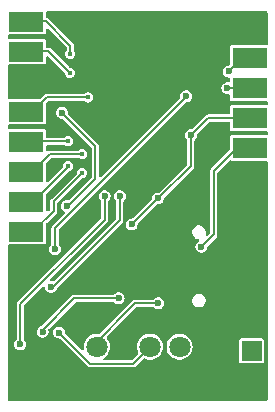
<source format=gbr>
%TF.GenerationSoftware,KiCad,Pcbnew,8.0.6*%
%TF.CreationDate,2024-12-05T18:18:12-05:00*%
%TF.ProjectId,wyt-dongle,7779742d-646f-46e6-976c-652e6b696361,rev?*%
%TF.SameCoordinates,Original*%
%TF.FileFunction,Copper,L2,Bot*%
%TF.FilePolarity,Positive*%
%FSLAX46Y46*%
G04 Gerber Fmt 4.6, Leading zero omitted, Abs format (unit mm)*
G04 Created by KiCad (PCBNEW 8.0.6) date 2024-12-05 18:18:12*
%MOMM*%
%LPD*%
G01*
G04 APERTURE LIST*
%TA.AperFunction,ComponentPad*%
%ADD10O,1.900000X3.050000*%
%TD*%
%TA.AperFunction,ComponentPad*%
%ADD11C,1.800000*%
%TD*%
%TA.AperFunction,ComponentPad*%
%ADD12O,1.700000X1.700000*%
%TD*%
%TA.AperFunction,ComponentPad*%
%ADD13R,1.700000X1.700000*%
%TD*%
%TA.AperFunction,ComponentPad*%
%ADD14O,1.800000X1.000000*%
%TD*%
%TA.AperFunction,ComponentPad*%
%ADD15O,2.100000X1.000000*%
%TD*%
%TA.AperFunction,SMDPad,CuDef*%
%ADD16R,3.000000X1.750000*%
%TD*%
%TA.AperFunction,ViaPad*%
%ADD17C,0.600000*%
%TD*%
%TA.AperFunction,ViaPad*%
%ADD18C,0.450000*%
%TD*%
%TA.AperFunction,Conductor*%
%ADD19C,0.200000*%
%TD*%
G04 APERTURE END LIST*
D10*
%TO.P,J3,5,Shield*%
%TO.N,GND*%
X5700000Y-31300000D03*
X17400000Y-31300000D03*
D11*
%TO.P,J3,4,GND*%
%TO.N,+5V*%
X8050000Y-28900000D03*
%TO.P,J3,3,D+*%
%TO.N,GND*%
X10550000Y-28900000D03*
%TO.P,J3,2,D-*%
%TO.N,/RX*%
X12550000Y-28900000D03*
%TO.P,J3,1,VBUS*%
%TO.N,/TX*%
X15050000Y-28900000D03*
%TD*%
D12*
%TO.P,J1,2,Pin_2*%
%TO.N,GND*%
X21150000Y-31790000D03*
D13*
%TO.P,J1,1,Pin_1*%
%TO.N,/IR*%
X21150000Y-29250000D03*
%TD*%
D14*
%TO.P,P1,S1,SHIELD*%
%TO.N,GND*%
X20375000Y-17780000D03*
D15*
X16195000Y-17780000D03*
D14*
X20375000Y-26420000D03*
D15*
X16195000Y-26420000D03*
%TD*%
D16*
%TO.P,J4,8,Pin_8*%
%TO.N,/CS*%
X2050000Y-19160000D03*
%TO.P,J4,7,Pin_7*%
%TO.N,/MOSI*%
X2050000Y-16630000D03*
%TO.P,J4,6,Pin_6*%
%TO.N,/SCK*%
X2050000Y-14070000D03*
%TO.P,J4,5,Pin_5*%
%TO.N,/MISO*%
X2050000Y-11530000D03*
%TO.P,J4,4,Pin_4*%
%TO.N,+3.3V*%
X2050000Y-8990000D03*
%TO.P,J4,3,Pin_3*%
%TO.N,GND*%
X2050000Y-6450000D03*
%TO.P,J4,2,Pin_2*%
%TO.N,/SDA*%
X2050000Y-3910000D03*
%TO.P,J4,1,Pin_1*%
%TO.N,/SCL*%
X2050000Y-1380000D03*
%TD*%
%TO.P,J2,5,Pin_5*%
%TO.N,+5V*%
X21000000Y-12080000D03*
%TO.P,J2,4,Pin_4*%
%TO.N,+3.3V*%
X21000000Y-9540000D03*
%TO.P,J2,3,Pin_3*%
%TO.N,/TXD0*%
X21000000Y-7000000D03*
%TO.P,J2,2,Pin_2*%
%TO.N,/RXD0*%
X21000000Y-4460000D03*
%TO.P,J2,1,Pin_1*%
%TO.N,GND*%
X21000000Y-1920000D03*
%TD*%
D17*
%TO.N,+5V*%
X13230000Y-25220000D03*
X16900000Y-20450000D03*
%TO.N,GND*%
X15000000Y-2800000D03*
X12800000Y-23150000D03*
X7400000Y-2800000D03*
X10850000Y-16800000D03*
%TO.N,+3.3V*%
X9900000Y-24800000D03*
D18*
X7300000Y-7800000D03*
D17*
X11000000Y-18550000D03*
X4500000Y-20650000D03*
X3450000Y-27650000D03*
X15600000Y-7700000D03*
X16000000Y-11000000D03*
X13200000Y-16350000D03*
%TO.N,/TXD*%
X8700000Y-16150000D03*
X1550000Y-28700000D03*
%TO.N,/RXD*%
X4150000Y-23850000D03*
X10000000Y-16150000D03*
%TO.N,/RX*%
X4850000Y-27700000D03*
%TO.N,Net-(U2-IO0)*%
X5513235Y-16988235D03*
X5100000Y-9100000D03*
%TO.N,/TXD0*%
X19100000Y-7000000D03*
%TO.N,/RXD0*%
X19200000Y-5600000D03*
D18*
%TO.N,/CS*%
X6800000Y-14174998D03*
%TO.N,/SDA*%
X5750000Y-5700000D03*
%TO.N,/MISO*%
X5604075Y-11504075D03*
%TO.N,/MOSI*%
X5600000Y-13600000D03*
%TO.N,/SCK*%
X6800000Y-12600000D03*
%TO.N,/SCL*%
X5800000Y-4100000D03*
%TD*%
D19*
%TO.N,/CS*%
X6800000Y-14174998D02*
X6800000Y-14200000D01*
X6800000Y-14200000D02*
X4400000Y-16600000D01*
X4400000Y-17400000D02*
X2660000Y-19140000D01*
X4400000Y-16600000D02*
X4400000Y-17400000D01*
X2660000Y-19140000D02*
X2050000Y-19140000D01*
%TO.N,/MISO*%
X5598150Y-11510000D02*
X2050000Y-11510000D01*
X5604075Y-11504075D02*
X5598150Y-11510000D01*
%TO.N,+5V*%
X16900000Y-20450000D02*
X17950000Y-19400000D01*
X17950000Y-14000000D02*
X19870000Y-12080000D01*
X7600000Y-28900000D02*
X11280000Y-25220000D01*
X17950000Y-19400000D02*
X17950000Y-14000000D01*
X19870000Y-12080000D02*
X21000000Y-12080000D01*
X11280000Y-25220000D02*
X13230000Y-25220000D01*
%TO.N,+3.3V*%
X3450000Y-27650000D02*
X3450000Y-27500000D01*
X15600000Y-7700000D02*
X15600000Y-7750000D01*
X17460000Y-9540000D02*
X21000000Y-9540000D01*
X3845000Y-7800000D02*
X2675000Y-8970000D01*
X13250000Y-16350000D02*
X13200000Y-16350000D01*
X16000000Y-13600000D02*
X13250000Y-16350000D01*
X7300000Y-7800000D02*
X3845000Y-7800000D01*
X2675000Y-8970000D02*
X2050000Y-8970000D01*
X15600000Y-7750000D02*
X4500000Y-18850000D01*
X16000000Y-11000000D02*
X17460000Y-9540000D01*
X3450000Y-27500000D02*
X6150000Y-24800000D01*
X4500000Y-18850000D02*
X4500000Y-20650000D01*
X11000000Y-18550000D02*
X13200000Y-16350000D01*
X16000000Y-11000000D02*
X16000000Y-13600000D01*
X6150000Y-24800000D02*
X9900000Y-24800000D01*
%TO.N,/TXD*%
X1550000Y-28700000D02*
X1550000Y-25300000D01*
X1550000Y-25300000D02*
X8700000Y-18150000D01*
X8700000Y-18150000D02*
X8700000Y-16150000D01*
%TO.N,/RXD*%
X4150000Y-23850000D02*
X4300000Y-23850000D01*
X4300000Y-23850000D02*
X10000000Y-18150000D01*
X10000000Y-18150000D02*
X10000000Y-16150000D01*
%TO.N,/RX*%
X11100000Y-30350000D02*
X12550000Y-28900000D01*
X4850000Y-27700000D02*
X7500000Y-30350000D01*
X7500000Y-30350000D02*
X11100000Y-30350000D01*
%TO.N,Net-(U2-IO0)*%
X5513235Y-16988235D02*
X5611765Y-16988235D01*
X7900000Y-14700000D02*
X7900000Y-11900000D01*
X5611765Y-16988235D02*
X7900000Y-14700000D01*
X7900000Y-11900000D02*
X5100000Y-9100000D01*
%TO.N,/TXD0*%
X19100000Y-7000000D02*
X21000000Y-7000000D01*
%TO.N,/RXD0*%
X20880000Y-3920000D02*
X21000000Y-3920000D01*
X19200000Y-5600000D02*
X20880000Y-3920000D01*
%TO.N,/SDA*%
X3940000Y-3890000D02*
X2050000Y-3890000D01*
X5750000Y-5700000D02*
X3940000Y-3890000D01*
%TO.N,/MOSI*%
X2675000Y-16610000D02*
X2050000Y-16610000D01*
X5600000Y-13600000D02*
X5600000Y-13685000D01*
X5600000Y-13685000D02*
X2675000Y-16610000D01*
%TO.N,/SCK*%
X6800000Y-12600000D02*
X4100000Y-12600000D01*
X2650000Y-14050000D02*
X2050000Y-14050000D01*
X4100000Y-12600000D02*
X2650000Y-14050000D01*
%TO.N,/SCL*%
X3760000Y-1360000D02*
X2050000Y-1360000D01*
X5800000Y-3400000D02*
X3760000Y-1360000D01*
X5800000Y-4100000D02*
X5800000Y-3400000D01*
%TD*%
%TA.AperFunction,Conductor*%
%TO.N,GND*%
G36*
X22442539Y-520185D02*
G01*
X22488294Y-572989D01*
X22499500Y-624500D01*
X22499500Y-3260500D01*
X22479815Y-3327539D01*
X22427011Y-3373294D01*
X22375500Y-3384500D01*
X19480247Y-3384500D01*
X19421770Y-3396131D01*
X19421769Y-3396132D01*
X19355447Y-3440447D01*
X19311132Y-3506769D01*
X19311131Y-3506770D01*
X19299500Y-3565247D01*
X19299500Y-4975500D01*
X19279815Y-5042539D01*
X19227011Y-5088294D01*
X19175500Y-5099500D01*
X19128036Y-5099500D01*
X18989949Y-5140045D01*
X18868873Y-5217856D01*
X18774623Y-5326626D01*
X18774622Y-5326628D01*
X18714834Y-5457543D01*
X18694353Y-5600000D01*
X18714834Y-5742456D01*
X18764867Y-5852011D01*
X18774623Y-5873373D01*
X18868872Y-5982143D01*
X18989947Y-6059953D01*
X18989950Y-6059954D01*
X18989949Y-6059954D01*
X19128036Y-6100499D01*
X19128038Y-6100500D01*
X19175500Y-6100500D01*
X19242539Y-6120185D01*
X19288294Y-6172989D01*
X19299500Y-6224500D01*
X19299500Y-6375500D01*
X19279815Y-6442539D01*
X19227011Y-6488294D01*
X19175500Y-6499500D01*
X19028036Y-6499500D01*
X18889949Y-6540045D01*
X18768873Y-6617856D01*
X18674623Y-6726626D01*
X18674622Y-6726628D01*
X18614834Y-6857543D01*
X18594353Y-7000000D01*
X18614834Y-7142456D01*
X18640886Y-7199500D01*
X18674623Y-7273373D01*
X18768872Y-7382143D01*
X18889947Y-7459953D01*
X18889950Y-7459954D01*
X18889949Y-7459954D01*
X18997107Y-7491417D01*
X19024633Y-7499500D01*
X19028036Y-7500499D01*
X19028038Y-7500500D01*
X19175500Y-7500500D01*
X19242539Y-7520185D01*
X19288294Y-7572989D01*
X19299500Y-7624500D01*
X19299500Y-7894752D01*
X19311131Y-7953229D01*
X19311132Y-7953230D01*
X19355447Y-8019552D01*
X19421769Y-8063867D01*
X19421770Y-8063868D01*
X19480247Y-8075499D01*
X19480250Y-8075500D01*
X19480252Y-8075500D01*
X22375500Y-8075500D01*
X22442539Y-8095185D01*
X22488294Y-8147989D01*
X22499500Y-8199500D01*
X22499500Y-8340500D01*
X22479815Y-8407539D01*
X22427011Y-8453294D01*
X22375500Y-8464500D01*
X19480247Y-8464500D01*
X19421770Y-8476131D01*
X19421769Y-8476132D01*
X19355447Y-8520447D01*
X19311132Y-8586769D01*
X19311131Y-8586770D01*
X19299500Y-8645247D01*
X19299500Y-9115500D01*
X19279815Y-9182539D01*
X19227011Y-9228294D01*
X19175500Y-9239500D01*
X17420438Y-9239500D01*
X17382224Y-9249739D01*
X17344009Y-9259979D01*
X17344008Y-9259980D01*
X17301520Y-9284511D01*
X17275492Y-9299538D01*
X17275486Y-9299542D01*
X16111847Y-10463181D01*
X16050524Y-10496666D01*
X16024166Y-10499500D01*
X15928036Y-10499500D01*
X15789949Y-10540045D01*
X15668873Y-10617856D01*
X15574623Y-10726626D01*
X15574622Y-10726628D01*
X15514834Y-10857543D01*
X15494353Y-11000000D01*
X15514834Y-11142456D01*
X15564338Y-11250853D01*
X15574623Y-11273373D01*
X15668872Y-11382143D01*
X15668875Y-11382144D01*
X15669213Y-11382535D01*
X15698238Y-11446091D01*
X15699500Y-11463738D01*
X15699500Y-13424166D01*
X15679815Y-13491205D01*
X15663181Y-13511847D01*
X13361847Y-15813181D01*
X13300524Y-15846666D01*
X13274166Y-15849500D01*
X13128036Y-15849500D01*
X12989949Y-15890045D01*
X12868873Y-15967856D01*
X12774623Y-16076626D01*
X12774622Y-16076628D01*
X12714834Y-16207543D01*
X12694353Y-16350000D01*
X12694353Y-16350001D01*
X12695661Y-16359103D01*
X12685713Y-16428261D01*
X12660603Y-16464424D01*
X11111847Y-18013181D01*
X11050524Y-18046666D01*
X11024166Y-18049500D01*
X10928036Y-18049500D01*
X10789949Y-18090045D01*
X10668873Y-18167856D01*
X10574623Y-18276626D01*
X10574622Y-18276628D01*
X10514834Y-18407543D01*
X10494353Y-18550000D01*
X10514834Y-18692456D01*
X10533809Y-18734004D01*
X10574623Y-18823373D01*
X10668872Y-18932143D01*
X10789947Y-19009953D01*
X10789950Y-19009954D01*
X10789949Y-19009954D01*
X10928036Y-19050499D01*
X10928038Y-19050500D01*
X10928039Y-19050500D01*
X11071962Y-19050500D01*
X11071962Y-19050499D01*
X11210053Y-19009953D01*
X11331128Y-18932143D01*
X11425377Y-18823373D01*
X11485165Y-18692457D01*
X11505647Y-18550000D01*
X11504339Y-18540905D01*
X11514279Y-18471749D01*
X11539392Y-18435577D01*
X13088151Y-16886819D01*
X13149474Y-16853334D01*
X13175832Y-16850500D01*
X13271962Y-16850500D01*
X13271962Y-16850499D01*
X13410053Y-16809953D01*
X13531128Y-16732143D01*
X13625377Y-16623373D01*
X13685165Y-16492457D01*
X13704925Y-16355020D01*
X13733948Y-16291467D01*
X13739967Y-16285002D01*
X16240460Y-13784511D01*
X16249123Y-13769506D01*
X16280021Y-13715989D01*
X16300500Y-13639562D01*
X16300500Y-11463738D01*
X16320185Y-11396699D01*
X16330787Y-11382535D01*
X16331124Y-11382144D01*
X16331128Y-11382143D01*
X16425377Y-11273373D01*
X16485165Y-11142457D01*
X16505647Y-11000000D01*
X16504339Y-10990905D01*
X16514279Y-10921749D01*
X16539392Y-10885577D01*
X17548152Y-9876819D01*
X17609475Y-9843334D01*
X17635833Y-9840500D01*
X19175500Y-9840500D01*
X19242539Y-9860185D01*
X19288294Y-9912989D01*
X19299500Y-9964500D01*
X19299500Y-10434752D01*
X19311131Y-10493229D01*
X19311132Y-10493230D01*
X19355447Y-10559552D01*
X19421769Y-10603867D01*
X19421770Y-10603868D01*
X19480247Y-10615499D01*
X19480250Y-10615500D01*
X19480252Y-10615500D01*
X22375500Y-10615500D01*
X22442539Y-10635185D01*
X22488294Y-10687989D01*
X22499500Y-10739500D01*
X22499500Y-10880500D01*
X22479815Y-10947539D01*
X22427011Y-10993294D01*
X22375500Y-11004500D01*
X19480247Y-11004500D01*
X19421770Y-11016131D01*
X19421769Y-11016132D01*
X19355447Y-11060447D01*
X19311132Y-11126769D01*
X19311131Y-11126770D01*
X19299500Y-11185247D01*
X19299500Y-12174167D01*
X19279815Y-12241206D01*
X19263181Y-12261848D01*
X17709541Y-13815487D01*
X17709535Y-13815495D01*
X17669982Y-13884004D01*
X17669979Y-13884009D01*
X17649500Y-13960439D01*
X17649500Y-19224166D01*
X17629815Y-19291205D01*
X17613181Y-19311847D01*
X17462753Y-19462275D01*
X17401430Y-19495760D01*
X17331738Y-19490776D01*
X17275805Y-19448904D01*
X17251388Y-19383440D01*
X17255296Y-19342507D01*
X17270500Y-19285766D01*
X17270500Y-19134234D01*
X17231281Y-18987865D01*
X17155515Y-18856635D01*
X17048365Y-18749485D01*
X16982750Y-18711602D01*
X16917136Y-18673719D01*
X16843950Y-18654109D01*
X16770766Y-18634500D01*
X16619234Y-18634500D01*
X16472863Y-18673719D01*
X16341635Y-18749485D01*
X16341632Y-18749487D01*
X16234487Y-18856632D01*
X16234485Y-18856635D01*
X16158719Y-18987863D01*
X16141936Y-19050499D01*
X16119500Y-19134234D01*
X16119500Y-19285766D01*
X16126488Y-19311847D01*
X16158719Y-19432136D01*
X16195453Y-19495760D01*
X16234485Y-19563365D01*
X16341635Y-19670515D01*
X16472865Y-19746281D01*
X16619234Y-19785500D01*
X16619237Y-19785500D01*
X16623014Y-19786512D01*
X16682674Y-19822877D01*
X16713204Y-19885723D01*
X16704910Y-19955099D01*
X16660425Y-20008977D01*
X16657961Y-20010602D01*
X16568874Y-20067855D01*
X16474623Y-20176626D01*
X16474622Y-20176628D01*
X16414834Y-20307543D01*
X16394353Y-20450000D01*
X16414834Y-20592456D01*
X16441114Y-20650000D01*
X16474623Y-20723373D01*
X16568872Y-20832143D01*
X16689947Y-20909953D01*
X16689950Y-20909954D01*
X16689949Y-20909954D01*
X16828036Y-20950499D01*
X16828038Y-20950500D01*
X16828039Y-20950500D01*
X16971962Y-20950500D01*
X16971962Y-20950499D01*
X17110053Y-20909953D01*
X17231128Y-20832143D01*
X17325377Y-20723373D01*
X17385165Y-20592457D01*
X17405647Y-20450000D01*
X17404339Y-20440905D01*
X17414279Y-20371749D01*
X17439392Y-20335577D01*
X18190460Y-19584511D01*
X18230021Y-19515989D01*
X18250500Y-19439562D01*
X18250500Y-14175832D01*
X18270185Y-14108793D01*
X18286814Y-14088155D01*
X19235516Y-13139453D01*
X19296837Y-13105970D01*
X19366528Y-13110954D01*
X19392085Y-13124033D01*
X19405338Y-13132888D01*
X19421769Y-13143867D01*
X19421770Y-13143867D01*
X19421770Y-13143868D01*
X19480247Y-13155499D01*
X19480250Y-13155500D01*
X19480252Y-13155500D01*
X22375500Y-13155500D01*
X22442539Y-13175185D01*
X22488294Y-13227989D01*
X22499500Y-13279500D01*
X22499500Y-33375500D01*
X22479815Y-33442539D01*
X22427011Y-33488294D01*
X22375500Y-33499500D01*
X624500Y-33499500D01*
X557461Y-33479815D01*
X511706Y-33427011D01*
X500500Y-33375500D01*
X500500Y-28700000D01*
X1044353Y-28700000D01*
X1064834Y-28842456D01*
X1091114Y-28899999D01*
X1124623Y-28973373D01*
X1218872Y-29082143D01*
X1339947Y-29159953D01*
X1339950Y-29159954D01*
X1339949Y-29159954D01*
X1478036Y-29200499D01*
X1478038Y-29200500D01*
X1478039Y-29200500D01*
X1621962Y-29200500D01*
X1621962Y-29200499D01*
X1760053Y-29159953D01*
X1881128Y-29082143D01*
X1975377Y-28973373D01*
X2035165Y-28842457D01*
X2055647Y-28700000D01*
X2035165Y-28557543D01*
X1975377Y-28426627D01*
X1975375Y-28426625D01*
X1975374Y-28426622D01*
X1880787Y-28317462D01*
X1851762Y-28253906D01*
X1850500Y-28236260D01*
X1850500Y-27650000D01*
X2944353Y-27650000D01*
X2964834Y-27792456D01*
X2987669Y-27842456D01*
X3024623Y-27923373D01*
X3118872Y-28032143D01*
X3239947Y-28109953D01*
X3239950Y-28109954D01*
X3239949Y-28109954D01*
X3378036Y-28150499D01*
X3378038Y-28150500D01*
X3378039Y-28150500D01*
X3521962Y-28150500D01*
X3521962Y-28150499D01*
X3660053Y-28109953D01*
X3781128Y-28032143D01*
X3875377Y-27923373D01*
X3935165Y-27792457D01*
X3948458Y-27700000D01*
X4344353Y-27700000D01*
X4364834Y-27842456D01*
X4424622Y-27973371D01*
X4424623Y-27973373D01*
X4518872Y-28082143D01*
X4639947Y-28159953D01*
X4639950Y-28159954D01*
X4639949Y-28159954D01*
X4729136Y-28186141D01*
X4775280Y-28199690D01*
X4778036Y-28200499D01*
X4778038Y-28200500D01*
X4874167Y-28200500D01*
X4941206Y-28220185D01*
X4961848Y-28236819D01*
X7259540Y-30534511D01*
X7315489Y-30590460D01*
X7315491Y-30590461D01*
X7315495Y-30590464D01*
X7384004Y-30630017D01*
X7384011Y-30630021D01*
X7460438Y-30650500D01*
X7460440Y-30650500D01*
X11139560Y-30650500D01*
X11139562Y-30650500D01*
X11215989Y-30630021D01*
X11284511Y-30590460D01*
X11340460Y-30534511D01*
X11948522Y-29926447D01*
X12009843Y-29892964D01*
X12079534Y-29897948D01*
X12080992Y-29898501D01*
X12247544Y-29963024D01*
X12448024Y-30000500D01*
X12448026Y-30000500D01*
X12651974Y-30000500D01*
X12651976Y-30000500D01*
X12852456Y-29963024D01*
X13042637Y-29889348D01*
X13216041Y-29781981D01*
X13366764Y-29644579D01*
X13489673Y-29481821D01*
X13580582Y-29299250D01*
X13636397Y-29103083D01*
X13655215Y-28900000D01*
X13655215Y-28899999D01*
X13944785Y-28899999D01*
X13944785Y-28900000D01*
X13963602Y-29103082D01*
X14019417Y-29299247D01*
X14019422Y-29299260D01*
X14110327Y-29481821D01*
X14233237Y-29644581D01*
X14383958Y-29781980D01*
X14383960Y-29781982D01*
X14445480Y-29820073D01*
X14557363Y-29889348D01*
X14747544Y-29963024D01*
X14948024Y-30000500D01*
X14948026Y-30000500D01*
X15151974Y-30000500D01*
X15151976Y-30000500D01*
X15352456Y-29963024D01*
X15542637Y-29889348D01*
X15716041Y-29781981D01*
X15866764Y-29644579D01*
X15989673Y-29481821D01*
X16080582Y-29299250D01*
X16136397Y-29103083D01*
X16155215Y-28900000D01*
X16136397Y-28696917D01*
X16080582Y-28500750D01*
X16020579Y-28380247D01*
X20099500Y-28380247D01*
X20099500Y-30119752D01*
X20111131Y-30178229D01*
X20111132Y-30178230D01*
X20155447Y-30244552D01*
X20221769Y-30288867D01*
X20221770Y-30288868D01*
X20280247Y-30300499D01*
X20280250Y-30300500D01*
X20280252Y-30300500D01*
X22019750Y-30300500D01*
X22019751Y-30300499D01*
X22034568Y-30297552D01*
X22078229Y-30288868D01*
X22078229Y-30288867D01*
X22078231Y-30288867D01*
X22144552Y-30244552D01*
X22188867Y-30178231D01*
X22188867Y-30178229D01*
X22188868Y-30178229D01*
X22200499Y-30119752D01*
X22200500Y-30119750D01*
X22200500Y-28380249D01*
X22200499Y-28380247D01*
X22188868Y-28321770D01*
X22188867Y-28321769D01*
X22144552Y-28255447D01*
X22078230Y-28211132D01*
X22078229Y-28211131D01*
X22019752Y-28199500D01*
X22019748Y-28199500D01*
X20280252Y-28199500D01*
X20280247Y-28199500D01*
X20221770Y-28211131D01*
X20221769Y-28211132D01*
X20155447Y-28255447D01*
X20111132Y-28321769D01*
X20111131Y-28321770D01*
X20099500Y-28380247D01*
X16020579Y-28380247D01*
X15989673Y-28318179D01*
X15927811Y-28236260D01*
X15866762Y-28155418D01*
X15716041Y-28018019D01*
X15716039Y-28018017D01*
X15542642Y-27910655D01*
X15542635Y-27910651D01*
X15366604Y-27842457D01*
X15352456Y-27836976D01*
X15151976Y-27799500D01*
X14948024Y-27799500D01*
X14747544Y-27836976D01*
X14747541Y-27836976D01*
X14747541Y-27836977D01*
X14557364Y-27910651D01*
X14557357Y-27910655D01*
X14383960Y-28018017D01*
X14383958Y-28018019D01*
X14233237Y-28155418D01*
X14110327Y-28318178D01*
X14019422Y-28500739D01*
X14019417Y-28500752D01*
X13963602Y-28696917D01*
X13944785Y-28899999D01*
X13655215Y-28899999D01*
X13636397Y-28696917D01*
X13580582Y-28500750D01*
X13489673Y-28318179D01*
X13427811Y-28236260D01*
X13366762Y-28155418D01*
X13216041Y-28018019D01*
X13216039Y-28018017D01*
X13042642Y-27910655D01*
X13042635Y-27910651D01*
X12866604Y-27842457D01*
X12852456Y-27836976D01*
X12651976Y-27799500D01*
X12448024Y-27799500D01*
X12247544Y-27836976D01*
X12247541Y-27836976D01*
X12247541Y-27836977D01*
X12057364Y-27910651D01*
X12057357Y-27910655D01*
X11883960Y-28018017D01*
X11883958Y-28018019D01*
X11733237Y-28155418D01*
X11610327Y-28318178D01*
X11519422Y-28500739D01*
X11519417Y-28500752D01*
X11463602Y-28696917D01*
X11444785Y-28899999D01*
X11444785Y-28900000D01*
X11463602Y-29103082D01*
X11491321Y-29200500D01*
X11519417Y-29299247D01*
X11519419Y-29299252D01*
X11548247Y-29357149D01*
X11560507Y-29425935D01*
X11533633Y-29490429D01*
X11524927Y-29500100D01*
X11011848Y-30013181D01*
X10950525Y-30046666D01*
X10924167Y-30049500D01*
X8719798Y-30049500D01*
X8652759Y-30029815D01*
X8607004Y-29977011D01*
X8597060Y-29907853D01*
X8626085Y-29844297D01*
X8654520Y-29820073D01*
X8716041Y-29781981D01*
X8866764Y-29644579D01*
X8989673Y-29481821D01*
X9080582Y-29299250D01*
X9136397Y-29103083D01*
X9155215Y-28900000D01*
X9136397Y-28696917D01*
X9080582Y-28500750D01*
X8989673Y-28318179D01*
X8927811Y-28236260D01*
X8889963Y-28186141D01*
X8865271Y-28120779D01*
X8879836Y-28052445D01*
X8901232Y-28023737D01*
X11368152Y-25556819D01*
X11429475Y-25523334D01*
X11455833Y-25520500D01*
X12771499Y-25520500D01*
X12838538Y-25540185D01*
X12865211Y-25563296D01*
X12898872Y-25602143D01*
X13019947Y-25679953D01*
X13019950Y-25679954D01*
X13019949Y-25679954D01*
X13158036Y-25720499D01*
X13158038Y-25720500D01*
X13158039Y-25720500D01*
X13301962Y-25720500D01*
X13301962Y-25720499D01*
X13440053Y-25679953D01*
X13561128Y-25602143D01*
X13655377Y-25493373D01*
X13715165Y-25362457D01*
X13735647Y-25220000D01*
X13715165Y-25077543D01*
X13655377Y-24946627D01*
X13627309Y-24914234D01*
X16119500Y-24914234D01*
X16119500Y-25065766D01*
X16122656Y-25077543D01*
X16158719Y-25212136D01*
X16186327Y-25259953D01*
X16234485Y-25343365D01*
X16341635Y-25450515D01*
X16455281Y-25516129D01*
X16467760Y-25523334D01*
X16472865Y-25526281D01*
X16619234Y-25565500D01*
X16619236Y-25565500D01*
X16770764Y-25565500D01*
X16770766Y-25565500D01*
X16917135Y-25526281D01*
X17048365Y-25450515D01*
X17155515Y-25343365D01*
X17231281Y-25212135D01*
X17270500Y-25065766D01*
X17270500Y-24914234D01*
X17231281Y-24767865D01*
X17155515Y-24636635D01*
X17048365Y-24529485D01*
X16982750Y-24491602D01*
X16917136Y-24453719D01*
X16843950Y-24434109D01*
X16770766Y-24414500D01*
X16619234Y-24414500D01*
X16472863Y-24453719D01*
X16341635Y-24529485D01*
X16341632Y-24529487D01*
X16234487Y-24636632D01*
X16234485Y-24636635D01*
X16158719Y-24767863D01*
X16139965Y-24837856D01*
X16119500Y-24914234D01*
X13627309Y-24914234D01*
X13561128Y-24837857D01*
X13440053Y-24760047D01*
X13440051Y-24760046D01*
X13440049Y-24760045D01*
X13440050Y-24760045D01*
X13301963Y-24719500D01*
X13301961Y-24719500D01*
X13158039Y-24719500D01*
X13158036Y-24719500D01*
X13019949Y-24760045D01*
X12898873Y-24837856D01*
X12865212Y-24876703D01*
X12806433Y-24914477D01*
X12771499Y-24919500D01*
X11240438Y-24919500D01*
X11202224Y-24929739D01*
X11164009Y-24939979D01*
X11164004Y-24939982D01*
X11095495Y-24979535D01*
X11095487Y-24979541D01*
X8302287Y-27772740D01*
X8240964Y-27806225D01*
X8191823Y-27806948D01*
X8151977Y-27799500D01*
X8151976Y-27799500D01*
X7948024Y-27799500D01*
X7747544Y-27836976D01*
X7747541Y-27836976D01*
X7747541Y-27836977D01*
X7557364Y-27910651D01*
X7557357Y-27910655D01*
X7383960Y-28018017D01*
X7383958Y-28018019D01*
X7233237Y-28155418D01*
X7110327Y-28318178D01*
X7019422Y-28500739D01*
X7019417Y-28500752D01*
X6963602Y-28696917D01*
X6944785Y-28899999D01*
X6944785Y-28900002D01*
X6961077Y-29075833D01*
X6947662Y-29144402D01*
X6899304Y-29194834D01*
X6831358Y-29211116D01*
X6765396Y-29188078D01*
X6749925Y-29174954D01*
X5389395Y-27814424D01*
X5355910Y-27753101D01*
X5354339Y-27709094D01*
X5355647Y-27700000D01*
X5335165Y-27557543D01*
X5275377Y-27426627D01*
X5181128Y-27317857D01*
X5060053Y-27240047D01*
X5060051Y-27240046D01*
X5060049Y-27240045D01*
X5060050Y-27240045D01*
X4921963Y-27199500D01*
X4921961Y-27199500D01*
X4778039Y-27199500D01*
X4778036Y-27199500D01*
X4639949Y-27240045D01*
X4518873Y-27317856D01*
X4424623Y-27426626D01*
X4424622Y-27426628D01*
X4364834Y-27557543D01*
X4344353Y-27700000D01*
X3948458Y-27700000D01*
X3955647Y-27650000D01*
X3935483Y-27509755D01*
X3945427Y-27440599D01*
X3970537Y-27404432D01*
X6238152Y-25136819D01*
X6299475Y-25103334D01*
X6325833Y-25100500D01*
X9441499Y-25100500D01*
X9508538Y-25120185D01*
X9535211Y-25143296D01*
X9568872Y-25182143D01*
X9689947Y-25259953D01*
X9689950Y-25259954D01*
X9689949Y-25259954D01*
X9828036Y-25300499D01*
X9828038Y-25300500D01*
X9828039Y-25300500D01*
X9971962Y-25300500D01*
X9971962Y-25300499D01*
X10108398Y-25260439D01*
X10110050Y-25259954D01*
X10110050Y-25259953D01*
X10110053Y-25259953D01*
X10231128Y-25182143D01*
X10325377Y-25073373D01*
X10385165Y-24942457D01*
X10405647Y-24800000D01*
X10385165Y-24657543D01*
X10325377Y-24526627D01*
X10231128Y-24417857D01*
X10110053Y-24340047D01*
X10110051Y-24340046D01*
X10110049Y-24340045D01*
X10110050Y-24340045D01*
X9971963Y-24299500D01*
X9971961Y-24299500D01*
X9828039Y-24299500D01*
X9828036Y-24299500D01*
X9689949Y-24340045D01*
X9568873Y-24417856D01*
X9568872Y-24417856D01*
X9568872Y-24417857D01*
X9537798Y-24453719D01*
X9535212Y-24456703D01*
X9476433Y-24494477D01*
X9441499Y-24499500D01*
X6110438Y-24499500D01*
X6034010Y-24519978D01*
X5965489Y-24559540D01*
X5965486Y-24559542D01*
X3396864Y-27128163D01*
X3344118Y-27159459D01*
X3239949Y-27190045D01*
X3118873Y-27267856D01*
X3024623Y-27376626D01*
X3024622Y-27376628D01*
X2964834Y-27507543D01*
X2944353Y-27650000D01*
X1850500Y-27650000D01*
X1850500Y-25475833D01*
X1870185Y-25408794D01*
X1886819Y-25388152D01*
X2638339Y-24636632D01*
X3441612Y-23833358D01*
X3502933Y-23799875D01*
X3572625Y-23804859D01*
X3628558Y-23846731D01*
X3652029Y-23903393D01*
X3664834Y-23992456D01*
X3664836Y-23992460D01*
X3724623Y-24123373D01*
X3818872Y-24232143D01*
X3939947Y-24309953D01*
X3939950Y-24309954D01*
X3939949Y-24309954D01*
X4078036Y-24350499D01*
X4078038Y-24350500D01*
X4078039Y-24350500D01*
X4221962Y-24350500D01*
X4221962Y-24350499D01*
X4360053Y-24309953D01*
X4481128Y-24232143D01*
X4575377Y-24123373D01*
X4635165Y-23992457D01*
X4638132Y-23971813D01*
X4667154Y-23908262D01*
X4673175Y-23901794D01*
X10240460Y-18334511D01*
X10273879Y-18276627D01*
X10280021Y-18265989D01*
X10300500Y-18189562D01*
X10300500Y-16613738D01*
X10320185Y-16546699D01*
X10330787Y-16532535D01*
X10331124Y-16532144D01*
X10331128Y-16532143D01*
X10425377Y-16423373D01*
X10485165Y-16292457D01*
X10505647Y-16150000D01*
X10485165Y-16007543D01*
X10425377Y-15876627D01*
X10331128Y-15767857D01*
X10210053Y-15690047D01*
X10210051Y-15690046D01*
X10210049Y-15690045D01*
X10210050Y-15690045D01*
X10071963Y-15649500D01*
X10071961Y-15649500D01*
X9928039Y-15649500D01*
X9928036Y-15649500D01*
X9789949Y-15690045D01*
X9668873Y-15767856D01*
X9574623Y-15876626D01*
X9574622Y-15876628D01*
X9514834Y-16007543D01*
X9494353Y-16150000D01*
X9514834Y-16292456D01*
X9571022Y-16415489D01*
X9574623Y-16423373D01*
X9668872Y-16532143D01*
X9668875Y-16532144D01*
X9669213Y-16532535D01*
X9698238Y-16596091D01*
X9699500Y-16613738D01*
X9699500Y-17974166D01*
X9679815Y-18041205D01*
X9663181Y-18061847D01*
X4392695Y-23332332D01*
X4331372Y-23365817D01*
X4270080Y-23363628D01*
X4221963Y-23349500D01*
X4213184Y-23348238D01*
X4213481Y-23346166D01*
X4157794Y-23329815D01*
X4112039Y-23277011D01*
X4102095Y-23207853D01*
X4131120Y-23144297D01*
X4137152Y-23137819D01*
X6482515Y-20792456D01*
X8940460Y-18334511D01*
X8973879Y-18276627D01*
X8980021Y-18265989D01*
X9000500Y-18189562D01*
X9000500Y-16613738D01*
X9020185Y-16546699D01*
X9030787Y-16532535D01*
X9031124Y-16532144D01*
X9031128Y-16532143D01*
X9125377Y-16423373D01*
X9185165Y-16292457D01*
X9205647Y-16150000D01*
X9185165Y-16007543D01*
X9125377Y-15876627D01*
X9031128Y-15767857D01*
X8910053Y-15690047D01*
X8910051Y-15690046D01*
X8910049Y-15690045D01*
X8910050Y-15690045D01*
X8771963Y-15649500D01*
X8771961Y-15649500D01*
X8628039Y-15649500D01*
X8628036Y-15649500D01*
X8489949Y-15690045D01*
X8368873Y-15767856D01*
X8274623Y-15876626D01*
X8274622Y-15876628D01*
X8214834Y-16007543D01*
X8194353Y-16150000D01*
X8214834Y-16292456D01*
X8271022Y-16415489D01*
X8274623Y-16423373D01*
X8368872Y-16532143D01*
X8368875Y-16532144D01*
X8369213Y-16532535D01*
X8398238Y-16596091D01*
X8399500Y-16613738D01*
X8399500Y-17974167D01*
X8379815Y-18041206D01*
X8363181Y-18061848D01*
X1309541Y-25115487D01*
X1309535Y-25115495D01*
X1269982Y-25184004D01*
X1269979Y-25184009D01*
X1249500Y-25260439D01*
X1249500Y-28236260D01*
X1229815Y-28303299D01*
X1219213Y-28317462D01*
X1124625Y-28426622D01*
X1124622Y-28426628D01*
X1064834Y-28557543D01*
X1044353Y-28700000D01*
X500500Y-28700000D01*
X500500Y-20650000D01*
X3994353Y-20650000D01*
X4014834Y-20792456D01*
X4032959Y-20832143D01*
X4074623Y-20923373D01*
X4168872Y-21032143D01*
X4289947Y-21109953D01*
X4289950Y-21109954D01*
X4289949Y-21109954D01*
X4428036Y-21150499D01*
X4428038Y-21150500D01*
X4428039Y-21150500D01*
X4571962Y-21150500D01*
X4571962Y-21150499D01*
X4710053Y-21109953D01*
X4831128Y-21032143D01*
X4925377Y-20923373D01*
X4985165Y-20792457D01*
X5005647Y-20650000D01*
X4985165Y-20507543D01*
X4925377Y-20376627D01*
X4925375Y-20376625D01*
X4925374Y-20376622D01*
X4830787Y-20267462D01*
X4801762Y-20203906D01*
X4800500Y-20186260D01*
X4800500Y-19025833D01*
X4820185Y-18958794D01*
X4836819Y-18938152D01*
X15538152Y-8236819D01*
X15599475Y-8203334D01*
X15625833Y-8200500D01*
X15671962Y-8200500D01*
X15671962Y-8200499D01*
X15810053Y-8159953D01*
X15931128Y-8082143D01*
X16025377Y-7973373D01*
X16085165Y-7842457D01*
X16105647Y-7700000D01*
X16085165Y-7557543D01*
X16025377Y-7426627D01*
X15931128Y-7317857D01*
X15810053Y-7240047D01*
X15810051Y-7240046D01*
X15810049Y-7240045D01*
X15810050Y-7240045D01*
X15671963Y-7199500D01*
X15671961Y-7199500D01*
X15528039Y-7199500D01*
X15528036Y-7199500D01*
X15389949Y-7240045D01*
X15268873Y-7317856D01*
X15174623Y-7426626D01*
X15174622Y-7426628D01*
X15114834Y-7557543D01*
X15094353Y-7700000D01*
X15094353Y-7700002D01*
X15101945Y-7752814D01*
X15092000Y-7821972D01*
X15066888Y-7858139D01*
X8412181Y-14512847D01*
X8350858Y-14546332D01*
X8281166Y-14541348D01*
X8225233Y-14499476D01*
X8200816Y-14434012D01*
X8200500Y-14425166D01*
X8200500Y-11860439D01*
X8200500Y-11860438D01*
X8180021Y-11784011D01*
X8180017Y-11784004D01*
X8140464Y-11715495D01*
X8140458Y-11715487D01*
X5639395Y-9214424D01*
X5605910Y-9153101D01*
X5604339Y-9109094D01*
X5605647Y-9100000D01*
X5585165Y-8957543D01*
X5525377Y-8826627D01*
X5431128Y-8717857D01*
X5310053Y-8640047D01*
X5310051Y-8640046D01*
X5310049Y-8640045D01*
X5310050Y-8640045D01*
X5171963Y-8599500D01*
X5171961Y-8599500D01*
X5028039Y-8599500D01*
X5028036Y-8599500D01*
X4889949Y-8640045D01*
X4768873Y-8717856D01*
X4674623Y-8826626D01*
X4674622Y-8826628D01*
X4614834Y-8957543D01*
X4594353Y-9100000D01*
X4614834Y-9242456D01*
X4640903Y-9299538D01*
X4674623Y-9373373D01*
X4768872Y-9482143D01*
X4889947Y-9559953D01*
X4889950Y-9559954D01*
X4889949Y-9559954D01*
X4997107Y-9591417D01*
X5025280Y-9599690D01*
X5028036Y-9600499D01*
X5028038Y-9600500D01*
X5124167Y-9600500D01*
X5191206Y-9620185D01*
X5211848Y-9636819D01*
X7563181Y-11988152D01*
X7596666Y-12049475D01*
X7599500Y-12075833D01*
X7599500Y-14524166D01*
X7579815Y-14591205D01*
X7563181Y-14611847D01*
X5716143Y-16458884D01*
X5654820Y-16492369D01*
X5593535Y-16490183D01*
X5585196Y-16487735D01*
X5441274Y-16487735D01*
X5441271Y-16487735D01*
X5303184Y-16528280D01*
X5182108Y-16606091D01*
X5087858Y-16714861D01*
X5087857Y-16714863D01*
X5028069Y-16845778D01*
X5007588Y-16988235D01*
X5028069Y-17130691D01*
X5070759Y-17224167D01*
X5087858Y-17261608D01*
X5182107Y-17370378D01*
X5279453Y-17432938D01*
X5325207Y-17485741D01*
X5335151Y-17554899D01*
X5306126Y-17618455D01*
X5300094Y-17624934D01*
X4315489Y-18609540D01*
X4259541Y-18665487D01*
X4259535Y-18665495D01*
X4219982Y-18734004D01*
X4219979Y-18734009D01*
X4199500Y-18810439D01*
X4199500Y-20186260D01*
X4179815Y-20253299D01*
X4169213Y-20267462D01*
X4074625Y-20376622D01*
X4074622Y-20376628D01*
X4014834Y-20507543D01*
X3994353Y-20650000D01*
X500500Y-20650000D01*
X500500Y-20359500D01*
X520185Y-20292461D01*
X572989Y-20246706D01*
X624500Y-20235500D01*
X3569750Y-20235500D01*
X3569751Y-20235499D01*
X3584568Y-20232552D01*
X3628229Y-20223868D01*
X3628229Y-20223867D01*
X3628231Y-20223867D01*
X3694552Y-20179552D01*
X3738867Y-20113231D01*
X3738867Y-20113229D01*
X3738868Y-20113229D01*
X3750499Y-20054752D01*
X3750500Y-20054750D01*
X3750500Y-18525833D01*
X3770185Y-18458794D01*
X3786819Y-18438152D01*
X4212960Y-18012011D01*
X4640460Y-17584511D01*
X4680022Y-17515988D01*
X4700500Y-17439562D01*
X4700500Y-17360438D01*
X4700500Y-16775832D01*
X4720185Y-16708793D01*
X4736814Y-16688156D01*
X6794288Y-14630681D01*
X6855609Y-14597198D01*
X6862531Y-14595897D01*
X6933126Y-14584717D01*
X7053220Y-14523526D01*
X7148528Y-14428218D01*
X7209719Y-14308124D01*
X7220489Y-14240124D01*
X7230804Y-14175000D01*
X7230804Y-14174995D01*
X7209720Y-14041876D01*
X7209719Y-14041874D01*
X7209719Y-14041872D01*
X7148528Y-13921778D01*
X7148526Y-13921776D01*
X7148523Y-13921772D01*
X7053225Y-13826474D01*
X7053221Y-13826471D01*
X7053220Y-13826470D01*
X6933126Y-13765279D01*
X6933124Y-13765278D01*
X6933121Y-13765277D01*
X6800002Y-13744194D01*
X6799998Y-13744194D01*
X6666878Y-13765277D01*
X6546778Y-13826471D01*
X6546774Y-13826474D01*
X6451476Y-13921772D01*
X6451473Y-13921776D01*
X6390279Y-14041876D01*
X6369695Y-14171841D01*
X6339766Y-14234976D01*
X6334903Y-14240124D01*
X4215489Y-16359540D01*
X4159541Y-16415487D01*
X4159535Y-16415495D01*
X4119982Y-16484004D01*
X4119979Y-16484009D01*
X4112772Y-16510908D01*
X4103182Y-16546699D01*
X4099500Y-16560439D01*
X4099500Y-17224167D01*
X4079815Y-17291206D01*
X4063181Y-17311848D01*
X3962181Y-17412848D01*
X3900858Y-17446333D01*
X3831166Y-17441349D01*
X3775233Y-17399477D01*
X3750816Y-17334013D01*
X3750500Y-17325167D01*
X3750500Y-16010832D01*
X3770185Y-15943793D01*
X3786814Y-15923156D01*
X5665576Y-14044393D01*
X5726897Y-14010910D01*
X5732972Y-14009768D01*
X5733121Y-14009719D01*
X5733126Y-14009719D01*
X5853220Y-13948528D01*
X5948528Y-13853220D01*
X6009719Y-13733126D01*
X6024538Y-13639562D01*
X6030804Y-13600002D01*
X6030804Y-13599997D01*
X6009720Y-13466878D01*
X6009719Y-13466876D01*
X6009719Y-13466874D01*
X5948528Y-13346780D01*
X5948526Y-13346778D01*
X5948523Y-13346774D01*
X5853225Y-13251476D01*
X5853221Y-13251473D01*
X5853220Y-13251472D01*
X5733126Y-13190281D01*
X5733124Y-13190280D01*
X5733121Y-13190279D01*
X5600002Y-13169196D01*
X5599998Y-13169196D01*
X5466878Y-13190279D01*
X5346778Y-13251473D01*
X5346774Y-13251476D01*
X5251476Y-13346774D01*
X5251473Y-13346778D01*
X5190279Y-13466878D01*
X5169196Y-13599997D01*
X5169196Y-13600000D01*
X5171732Y-13616010D01*
X5162776Y-13685304D01*
X5136939Y-13723088D01*
X3962181Y-14897847D01*
X3900858Y-14931332D01*
X3831166Y-14926348D01*
X3775233Y-14884476D01*
X3750816Y-14819012D01*
X3750500Y-14810166D01*
X3750500Y-13425833D01*
X3770185Y-13358794D01*
X3786819Y-13338152D01*
X4188152Y-12936819D01*
X4249475Y-12903334D01*
X4275833Y-12900500D01*
X6447389Y-12900500D01*
X6514428Y-12920185D01*
X6535070Y-12936819D01*
X6546774Y-12948523D01*
X6546778Y-12948526D01*
X6546780Y-12948528D01*
X6666874Y-13009719D01*
X6666876Y-13009719D01*
X6666878Y-13009720D01*
X6799998Y-13030804D01*
X6800000Y-13030804D01*
X6800002Y-13030804D01*
X6933121Y-13009720D01*
X6933121Y-13009719D01*
X6933126Y-13009719D01*
X7053220Y-12948528D01*
X7148528Y-12853220D01*
X7209719Y-12733126D01*
X7209720Y-12733121D01*
X7230804Y-12600002D01*
X7230804Y-12599997D01*
X7209720Y-12466878D01*
X7209719Y-12466876D01*
X7209719Y-12466874D01*
X7148528Y-12346780D01*
X7148526Y-12346778D01*
X7148523Y-12346774D01*
X7053225Y-12251476D01*
X7053221Y-12251473D01*
X7053220Y-12251472D01*
X6933126Y-12190281D01*
X6933124Y-12190280D01*
X6933121Y-12190279D01*
X6800002Y-12169196D01*
X6799998Y-12169196D01*
X6666878Y-12190279D01*
X6546778Y-12251473D01*
X6546774Y-12251476D01*
X6535070Y-12263181D01*
X6473747Y-12296666D01*
X6447389Y-12299500D01*
X4060438Y-12299500D01*
X3984010Y-12319978D01*
X3947639Y-12340977D01*
X3936499Y-12347409D01*
X3868601Y-12363882D01*
X3802574Y-12341030D01*
X3759383Y-12286109D01*
X3750500Y-12240022D01*
X3750500Y-11934500D01*
X3770185Y-11867461D01*
X3822989Y-11821706D01*
X3874500Y-11810500D01*
X5257389Y-11810500D01*
X5324428Y-11830185D01*
X5345070Y-11846819D01*
X5350849Y-11852598D01*
X5350853Y-11852601D01*
X5350855Y-11852603D01*
X5470949Y-11913794D01*
X5470951Y-11913794D01*
X5470953Y-11913795D01*
X5604073Y-11934879D01*
X5604075Y-11934879D01*
X5604077Y-11934879D01*
X5737196Y-11913795D01*
X5737196Y-11913794D01*
X5737201Y-11913794D01*
X5857295Y-11852603D01*
X5952603Y-11757295D01*
X6013794Y-11637201D01*
X6034879Y-11504075D01*
X6028490Y-11463738D01*
X6013795Y-11370953D01*
X6013794Y-11370951D01*
X6013794Y-11370949D01*
X5952603Y-11250855D01*
X5952601Y-11250853D01*
X5952598Y-11250849D01*
X5857300Y-11155551D01*
X5857296Y-11155548D01*
X5857295Y-11155547D01*
X5737201Y-11094356D01*
X5737199Y-11094355D01*
X5737196Y-11094354D01*
X5604077Y-11073271D01*
X5604073Y-11073271D01*
X5470953Y-11094354D01*
X5350853Y-11155548D01*
X5350849Y-11155551D01*
X5333220Y-11173181D01*
X5271897Y-11206666D01*
X5245539Y-11209500D01*
X3874500Y-11209500D01*
X3807461Y-11189815D01*
X3761706Y-11137011D01*
X3750500Y-11085500D01*
X3750500Y-10635249D01*
X3750499Y-10635247D01*
X3738868Y-10576770D01*
X3738867Y-10576769D01*
X3694552Y-10510447D01*
X3628230Y-10466132D01*
X3628229Y-10466131D01*
X3569752Y-10454500D01*
X3569748Y-10454500D01*
X624500Y-10454500D01*
X557461Y-10434815D01*
X511706Y-10382011D01*
X500500Y-10330500D01*
X500500Y-10189500D01*
X520185Y-10122461D01*
X572989Y-10076706D01*
X624500Y-10065500D01*
X3569750Y-10065500D01*
X3569751Y-10065499D01*
X3584568Y-10062552D01*
X3628229Y-10053868D01*
X3628229Y-10053867D01*
X3628231Y-10053867D01*
X3694552Y-10009552D01*
X3738867Y-9943231D01*
X3738867Y-9943229D01*
X3738868Y-9943229D01*
X3750499Y-9884752D01*
X3750500Y-9884750D01*
X3750500Y-8370833D01*
X3770185Y-8303794D01*
X3786819Y-8283152D01*
X3933152Y-8136819D01*
X3994475Y-8103334D01*
X4020833Y-8100500D01*
X6947389Y-8100500D01*
X7014428Y-8120185D01*
X7035070Y-8136819D01*
X7046774Y-8148523D01*
X7046778Y-8148526D01*
X7046780Y-8148528D01*
X7166874Y-8209719D01*
X7166876Y-8209719D01*
X7166878Y-8209720D01*
X7299998Y-8230804D01*
X7300000Y-8230804D01*
X7300002Y-8230804D01*
X7433121Y-8209720D01*
X7433121Y-8209719D01*
X7433126Y-8209719D01*
X7553220Y-8148528D01*
X7648528Y-8053220D01*
X7709719Y-7933126D01*
X7715797Y-7894752D01*
X7730804Y-7800002D01*
X7730804Y-7799997D01*
X7709720Y-7666878D01*
X7709719Y-7666876D01*
X7709719Y-7666874D01*
X7648528Y-7546780D01*
X7648526Y-7546778D01*
X7648523Y-7546774D01*
X7553225Y-7451476D01*
X7553221Y-7451473D01*
X7553220Y-7451472D01*
X7433126Y-7390281D01*
X7433124Y-7390280D01*
X7433121Y-7390279D01*
X7300002Y-7369196D01*
X7299998Y-7369196D01*
X7166878Y-7390279D01*
X7046778Y-7451473D01*
X7046774Y-7451476D01*
X7035070Y-7463181D01*
X6973747Y-7496666D01*
X6947389Y-7499500D01*
X3805438Y-7499500D01*
X3767224Y-7509739D01*
X3729009Y-7519979D01*
X3729008Y-7519980D01*
X3682591Y-7546778D01*
X3682592Y-7546779D01*
X3660487Y-7559541D01*
X3341848Y-7878181D01*
X3280525Y-7911666D01*
X3254167Y-7914500D01*
X624500Y-7914500D01*
X557461Y-7894815D01*
X511706Y-7842011D01*
X500500Y-7790500D01*
X500500Y-5109500D01*
X520185Y-5042461D01*
X572989Y-4996706D01*
X624500Y-4985500D01*
X3569750Y-4985500D01*
X3569751Y-4985499D01*
X3584568Y-4982552D01*
X3628229Y-4973868D01*
X3628229Y-4973867D01*
X3628231Y-4973867D01*
X3694552Y-4929552D01*
X3738867Y-4863231D01*
X3738867Y-4863229D01*
X3738868Y-4863229D01*
X3750499Y-4804752D01*
X3750500Y-4804750D01*
X3750500Y-4424833D01*
X3770185Y-4357794D01*
X3822989Y-4312039D01*
X3892147Y-4302095D01*
X3955703Y-4331120D01*
X3962181Y-4337152D01*
X5289608Y-5664579D01*
X5323093Y-5725902D01*
X5324400Y-5732862D01*
X5340279Y-5833121D01*
X5340280Y-5833124D01*
X5340281Y-5833126D01*
X5401472Y-5953220D01*
X5401473Y-5953221D01*
X5401476Y-5953225D01*
X5496774Y-6048523D01*
X5496778Y-6048526D01*
X5496780Y-6048528D01*
X5616874Y-6109719D01*
X5616876Y-6109719D01*
X5616878Y-6109720D01*
X5749998Y-6130804D01*
X5750000Y-6130804D01*
X5750002Y-6130804D01*
X5883121Y-6109720D01*
X5883121Y-6109719D01*
X5883126Y-6109719D01*
X6003220Y-6048528D01*
X6098528Y-5953220D01*
X6159719Y-5833126D01*
X6159720Y-5833121D01*
X6180804Y-5700002D01*
X6180804Y-5699997D01*
X6159720Y-5566878D01*
X6159719Y-5566876D01*
X6159719Y-5566874D01*
X6098528Y-5446780D01*
X6098526Y-5446778D01*
X6098523Y-5446774D01*
X6003225Y-5351476D01*
X6003221Y-5351473D01*
X6003220Y-5351472D01*
X5883126Y-5290281D01*
X5883124Y-5290280D01*
X5883121Y-5290279D01*
X5782862Y-5274400D01*
X5719727Y-5244471D01*
X5714579Y-5239608D01*
X4124512Y-3649541D01*
X4124507Y-3649537D01*
X4107951Y-3639979D01*
X4107949Y-3639978D01*
X4055991Y-3609980D01*
X4055990Y-3609979D01*
X4030513Y-3603152D01*
X3979562Y-3589500D01*
X3979560Y-3589500D01*
X3874500Y-3589500D01*
X3807461Y-3569815D01*
X3761706Y-3517011D01*
X3750500Y-3465500D01*
X3750500Y-3015249D01*
X3750499Y-3015247D01*
X3738868Y-2956770D01*
X3738867Y-2956769D01*
X3694552Y-2890447D01*
X3628230Y-2846132D01*
X3628229Y-2846131D01*
X3569752Y-2834500D01*
X3569748Y-2834500D01*
X624500Y-2834500D01*
X557461Y-2814815D01*
X511706Y-2762011D01*
X500500Y-2710500D01*
X500500Y-2579500D01*
X520185Y-2512461D01*
X572989Y-2466706D01*
X624500Y-2455500D01*
X3569750Y-2455500D01*
X3569751Y-2455499D01*
X3584568Y-2452552D01*
X3628229Y-2443868D01*
X3628229Y-2443867D01*
X3628231Y-2443867D01*
X3694552Y-2399552D01*
X3738867Y-2333231D01*
X3738867Y-2333229D01*
X3738868Y-2333229D01*
X3750499Y-2274752D01*
X3750500Y-2274750D01*
X3750500Y-2074833D01*
X3770185Y-2007794D01*
X3822989Y-1962039D01*
X3892147Y-1952095D01*
X3955703Y-1981120D01*
X3962181Y-1987152D01*
X5463181Y-3488152D01*
X5496666Y-3549475D01*
X5499500Y-3575833D01*
X5499500Y-3747389D01*
X5479815Y-3814428D01*
X5463181Y-3835070D01*
X5451476Y-3846774D01*
X5451473Y-3846778D01*
X5390279Y-3966878D01*
X5369196Y-4099997D01*
X5369196Y-4100002D01*
X5390279Y-4233121D01*
X5390280Y-4233124D01*
X5390281Y-4233126D01*
X5443285Y-4337152D01*
X5451473Y-4353221D01*
X5451476Y-4353225D01*
X5546774Y-4448523D01*
X5546778Y-4448526D01*
X5546780Y-4448528D01*
X5666874Y-4509719D01*
X5666876Y-4509719D01*
X5666878Y-4509720D01*
X5799998Y-4530804D01*
X5800000Y-4530804D01*
X5800002Y-4530804D01*
X5933121Y-4509720D01*
X5933121Y-4509719D01*
X5933126Y-4509719D01*
X6053220Y-4448528D01*
X6148528Y-4353220D01*
X6209719Y-4233126D01*
X6209720Y-4233121D01*
X6230804Y-4100002D01*
X6230804Y-4099997D01*
X6209720Y-3966878D01*
X6209719Y-3966876D01*
X6209719Y-3966874D01*
X6148528Y-3846780D01*
X6148526Y-3846778D01*
X6148523Y-3846774D01*
X6136819Y-3835070D01*
X6103334Y-3773747D01*
X6100500Y-3747389D01*
X6100500Y-3360440D01*
X6100500Y-3360438D01*
X6080022Y-3284012D01*
X6040460Y-3215489D01*
X3944511Y-1119540D01*
X3944509Y-1119539D01*
X3944504Y-1119535D01*
X3875995Y-1079982D01*
X3875992Y-1079980D01*
X3875989Y-1079979D01*
X3872976Y-1079171D01*
X3842404Y-1070979D01*
X3782744Y-1034613D01*
X3752216Y-971765D01*
X3750500Y-951205D01*
X3750500Y-624500D01*
X3770185Y-557461D01*
X3822989Y-511706D01*
X3874500Y-500500D01*
X22375500Y-500500D01*
X22442539Y-520185D01*
G37*
%TD.AperFunction*%
%TD*%
M02*

</source>
